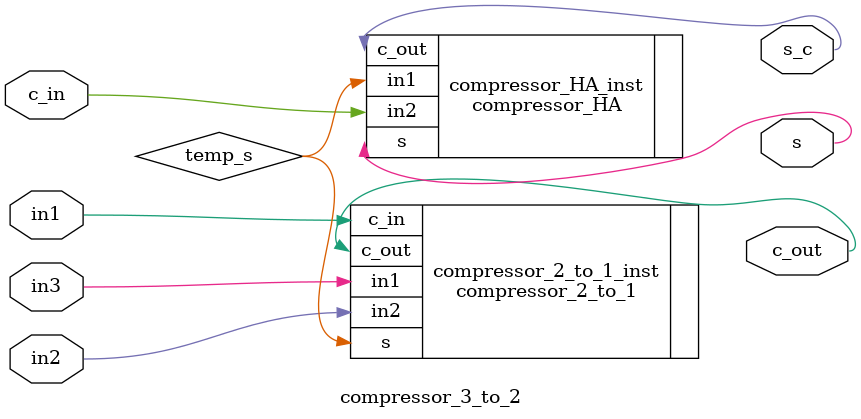
<source format=v>
`timescale 1 ns / 100 ps   
module compressor_3_to_2 (
		input in1,
		inout in2,
		input in3,
		
		input c_in,
		
		output s,
		output s_c,
		output c_out
	);	
		
	wire temp_s;	
	compressor_2_to_1 compressor_2_to_1_inst(
		.in1(in3),
		.in2(in2),
		.c_in(in1),
		
		.s(temp_s),
		.c_out(c_out)
	);	
		
	compressor_HA compressor_HA_inst(
		.in1(temp_s),
		.in2(c_in),
		
		.s(s),
		.c_out(s_c)
	);	
	
	
endmodule

</source>
